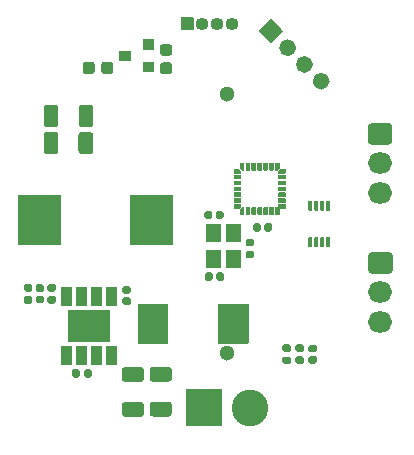
<source format=gts>
G04 #@! TF.GenerationSoftware,KiCad,Pcbnew,(5.1.10)-1*
G04 #@! TF.CreationDate,2021-05-29T17:35:04+08:00*
G04 #@! TF.ProjectId,tiny_V1.0,74696e79-5f56-4312-9e30-2e6b69636164,rev?*
G04 #@! TF.SameCoordinates,Original*
G04 #@! TF.FileFunction,Soldermask,Top*
G04 #@! TF.FilePolarity,Negative*
%FSLAX46Y46*%
G04 Gerber Fmt 4.6, Leading zero omitted, Abs format (unit mm)*
G04 Created by KiCad (PCBNEW (5.1.10)-1) date 2021-05-29 17:35:04*
%MOMM*%
%LPD*%
G01*
G04 APERTURE LIST*
%ADD10O,2.050000X1.800000*%
%ADD11C,3.100000*%
%ADD12C,1.300000*%
%ADD13O,1.100000X1.100000*%
%ADD14C,0.100000*%
G04 APERTURE END LIST*
G36*
G01*
X7051400Y-11221900D02*
X7441400Y-11221900D01*
G75*
G02*
X7606400Y-11386900I0J-165000D01*
G01*
X7606400Y-11716900D01*
G75*
G02*
X7441400Y-11881900I-165000J0D01*
G01*
X7051400Y-11881900D01*
G75*
G02*
X6886400Y-11716900I0J165000D01*
G01*
X6886400Y-11386900D01*
G75*
G02*
X7051400Y-11221900I165000J0D01*
G01*
G37*
G36*
G01*
X7051400Y-10261900D02*
X7441400Y-10261900D01*
G75*
G02*
X7606400Y-10426900I0J-165000D01*
G01*
X7606400Y-10756900D01*
G75*
G02*
X7441400Y-10921900I-165000J0D01*
G01*
X7051400Y-10921900D01*
G75*
G02*
X6886400Y-10756900I0J165000D01*
G01*
X6886400Y-10426900D01*
G75*
G02*
X7051400Y-10261900I165000J0D01*
G01*
G37*
D10*
X12976640Y-8342680D03*
X12976640Y-5842680D03*
G36*
G01*
X12216345Y-2442680D02*
X13736935Y-2442680D01*
G75*
G02*
X14001640Y-2707385I0J-264705D01*
G01*
X14001640Y-3977975D01*
G75*
G02*
X13736935Y-4242680I-264705J0D01*
G01*
X12216345Y-4242680D01*
G75*
G02*
X11951640Y-3977975I0J264705D01*
G01*
X11951640Y-2707385D01*
G75*
G02*
X12216345Y-2442680I264705J0D01*
G01*
G37*
X12953780Y2586940D03*
X12953780Y5086940D03*
G36*
G01*
X12193485Y8486940D02*
X13714075Y8486940D01*
G75*
G02*
X13978780Y8222235I0J-264705D01*
G01*
X13978780Y6951645D01*
G75*
G02*
X13714075Y6686940I-264705J0D01*
G01*
X12193485Y6686940D01*
G75*
G02*
X11928780Y6951645I0J264705D01*
G01*
X11928780Y8222235D01*
G75*
G02*
X12193485Y8486940I264705J0D01*
G01*
G37*
D11*
X1916360Y-15582940D03*
G36*
G01*
X-3513640Y-17082940D02*
X-3513640Y-14082940D01*
G75*
G02*
X-3463640Y-14032940I50000J0D01*
G01*
X-463640Y-14032940D01*
G75*
G02*
X-413640Y-14082940I0J-50000D01*
G01*
X-413640Y-17082940D01*
G75*
G02*
X-463640Y-17132940I-50000J0D01*
G01*
X-3463640Y-17132940D01*
G75*
G02*
X-3513640Y-17082940I0J50000D01*
G01*
G37*
D12*
X0Y-11000000D03*
X0Y11000000D03*
G36*
G01*
X-562640Y-3744880D02*
X-1762640Y-3744880D01*
G75*
G02*
X-1812640Y-3694880I0J50000D01*
G01*
X-1812640Y-2294880D01*
G75*
G02*
X-1762640Y-2244880I50000J0D01*
G01*
X-562640Y-2244880D01*
G75*
G02*
X-512640Y-2294880I0J-50000D01*
G01*
X-512640Y-3694880D01*
G75*
G02*
X-562640Y-3744880I-50000J0D01*
G01*
G37*
G36*
G01*
X-562640Y-1544880D02*
X-1762640Y-1544880D01*
G75*
G02*
X-1812640Y-1494880I0J50000D01*
G01*
X-1812640Y-94880D01*
G75*
G02*
X-1762640Y-44880I50000J0D01*
G01*
X-562640Y-44880D01*
G75*
G02*
X-512640Y-94880I0J-50000D01*
G01*
X-512640Y-1494880D01*
G75*
G02*
X-562640Y-1544880I-50000J0D01*
G01*
G37*
G36*
G01*
X1137360Y-1544880D02*
X-62640Y-1544880D01*
G75*
G02*
X-112640Y-1494880I0J50000D01*
G01*
X-112640Y-94880D01*
G75*
G02*
X-62640Y-44880I50000J0D01*
G01*
X1137360Y-44880D01*
G75*
G02*
X1187360Y-94880I0J-50000D01*
G01*
X1187360Y-1494880D01*
G75*
G02*
X1137360Y-1544880I-50000J0D01*
G01*
G37*
G36*
G01*
X1137360Y-3744880D02*
X-62640Y-3744880D01*
G75*
G02*
X-112640Y-3694880I0J50000D01*
G01*
X-112640Y-2294880D01*
G75*
G02*
X-62640Y-2244880I50000J0D01*
G01*
X1137360Y-2244880D01*
G75*
G02*
X1187360Y-2294880I0J-50000D01*
G01*
X1187360Y-3694880D01*
G75*
G02*
X1137360Y-3744880I-50000J0D01*
G01*
G37*
G36*
G01*
X8425120Y-1168220D02*
X8675120Y-1168220D01*
G75*
G02*
X8725120Y-1218220I0J-50000D01*
G01*
X8725120Y-1968220D01*
G75*
G02*
X8675120Y-2018220I-50000J0D01*
G01*
X8425120Y-2018220D01*
G75*
G02*
X8375120Y-1968220I0J50000D01*
G01*
X8375120Y-1218220D01*
G75*
G02*
X8425120Y-1168220I50000J0D01*
G01*
G37*
G36*
G01*
X7925120Y-1168220D02*
X8175120Y-1168220D01*
G75*
G02*
X8225120Y-1218220I0J-50000D01*
G01*
X8225120Y-1968220D01*
G75*
G02*
X8175120Y-2018220I-50000J0D01*
G01*
X7925120Y-2018220D01*
G75*
G02*
X7875120Y-1968220I0J50000D01*
G01*
X7875120Y-1218220D01*
G75*
G02*
X7925120Y-1168220I50000J0D01*
G01*
G37*
G36*
G01*
X7425120Y-1168220D02*
X7675120Y-1168220D01*
G75*
G02*
X7725120Y-1218220I0J-50000D01*
G01*
X7725120Y-1968220D01*
G75*
G02*
X7675120Y-2018220I-50000J0D01*
G01*
X7425120Y-2018220D01*
G75*
G02*
X7375120Y-1968220I0J50000D01*
G01*
X7375120Y-1218220D01*
G75*
G02*
X7425120Y-1168220I50000J0D01*
G01*
G37*
G36*
G01*
X6925120Y-1168220D02*
X7175120Y-1168220D01*
G75*
G02*
X7225120Y-1218220I0J-50000D01*
G01*
X7225120Y-1968220D01*
G75*
G02*
X7175120Y-2018220I-50000J0D01*
G01*
X6925120Y-2018220D01*
G75*
G02*
X6875120Y-1968220I0J50000D01*
G01*
X6875120Y-1218220D01*
G75*
G02*
X6925120Y-1168220I50000J0D01*
G01*
G37*
G36*
G01*
X6925120Y1931780D02*
X7175120Y1931780D01*
G75*
G02*
X7225120Y1881780I0J-50000D01*
G01*
X7225120Y1131780D01*
G75*
G02*
X7175120Y1081780I-50000J0D01*
G01*
X6925120Y1081780D01*
G75*
G02*
X6875120Y1131780I0J50000D01*
G01*
X6875120Y1881780D01*
G75*
G02*
X6925120Y1931780I50000J0D01*
G01*
G37*
G36*
G01*
X7425120Y1931780D02*
X7675120Y1931780D01*
G75*
G02*
X7725120Y1881780I0J-50000D01*
G01*
X7725120Y1131780D01*
G75*
G02*
X7675120Y1081780I-50000J0D01*
G01*
X7425120Y1081780D01*
G75*
G02*
X7375120Y1131780I0J50000D01*
G01*
X7375120Y1881780D01*
G75*
G02*
X7425120Y1931780I50000J0D01*
G01*
G37*
G36*
G01*
X7925120Y1931780D02*
X8175120Y1931780D01*
G75*
G02*
X8225120Y1881780I0J-50000D01*
G01*
X8225120Y1131780D01*
G75*
G02*
X8175120Y1081780I-50000J0D01*
G01*
X7925120Y1081780D01*
G75*
G02*
X7875120Y1131780I0J50000D01*
G01*
X7875120Y1881780D01*
G75*
G02*
X7925120Y1931780I50000J0D01*
G01*
G37*
G36*
G01*
X8425120Y1931780D02*
X8675120Y1931780D01*
G75*
G02*
X8725120Y1881780I0J-50000D01*
G01*
X8725120Y1131780D01*
G75*
G02*
X8675120Y1081780I-50000J0D01*
G01*
X8425120Y1081780D01*
G75*
G02*
X8375120Y1131780I0J50000D01*
G01*
X8375120Y1881780D01*
G75*
G02*
X8425120Y1931780I50000J0D01*
G01*
G37*
G36*
G01*
X-8160860Y14590940D02*
X-8160860Y13790940D01*
G75*
G02*
X-8210860Y13740940I-50000J0D01*
G01*
X-9110860Y13740940D01*
G75*
G02*
X-9160860Y13790940I0J50000D01*
G01*
X-9160860Y14590940D01*
G75*
G02*
X-9110860Y14640940I50000J0D01*
G01*
X-8210860Y14640940D01*
G75*
G02*
X-8160860Y14590940I0J-50000D01*
G01*
G37*
G36*
G01*
X-6160860Y15540940D02*
X-6160860Y14740940D01*
G75*
G02*
X-6210860Y14690940I-50000J0D01*
G01*
X-7110860Y14690940D01*
G75*
G02*
X-7160860Y14740940I0J50000D01*
G01*
X-7160860Y15540940D01*
G75*
G02*
X-7110860Y15590940I50000J0D01*
G01*
X-6210860Y15590940D01*
G75*
G02*
X-6160860Y15540940I0J-50000D01*
G01*
G37*
G36*
G01*
X-6160860Y13640940D02*
X-6160860Y12840940D01*
G75*
G02*
X-6210860Y12790940I-50000J0D01*
G01*
X-7110860Y12790940D01*
G75*
G02*
X-7160860Y12840940I0J50000D01*
G01*
X-7160860Y13640940D01*
G75*
G02*
X-7110860Y13690940I50000J0D01*
G01*
X-6210860Y13690940D01*
G75*
G02*
X-6160860Y13640940I0J-50000D01*
G01*
G37*
G36*
G01*
X-16645660Y-5761260D02*
X-17065660Y-5761260D01*
G75*
G02*
X-17225660Y-5601260I0J160000D01*
G01*
X-17225660Y-5281260D01*
G75*
G02*
X-17065660Y-5121260I160000J0D01*
G01*
X-16645660Y-5121260D01*
G75*
G02*
X-16485660Y-5281260I0J-160000D01*
G01*
X-16485660Y-5601260D01*
G75*
G02*
X-16645660Y-5761260I-160000J0D01*
G01*
G37*
G36*
G01*
X-16645660Y-6781260D02*
X-17065660Y-6781260D01*
G75*
G02*
X-17225660Y-6621260I0J160000D01*
G01*
X-17225660Y-6301260D01*
G75*
G02*
X-17065660Y-6141260I160000J0D01*
G01*
X-16645660Y-6141260D01*
G75*
G02*
X-16485660Y-6301260I0J-160000D01*
G01*
X-16485660Y-6621260D01*
G75*
G02*
X-16645660Y-6781260I-160000J0D01*
G01*
G37*
G36*
G01*
X-14649220Y-5768880D02*
X-15069220Y-5768880D01*
G75*
G02*
X-15229220Y-5608880I0J160000D01*
G01*
X-15229220Y-5288880D01*
G75*
G02*
X-15069220Y-5128880I160000J0D01*
G01*
X-14649220Y-5128880D01*
G75*
G02*
X-14489220Y-5288880I0J-160000D01*
G01*
X-14489220Y-5608880D01*
G75*
G02*
X-14649220Y-5768880I-160000J0D01*
G01*
G37*
G36*
G01*
X-14649220Y-6788880D02*
X-15069220Y-6788880D01*
G75*
G02*
X-15229220Y-6628880I0J160000D01*
G01*
X-15229220Y-6308880D01*
G75*
G02*
X-15069220Y-6148880I160000J0D01*
G01*
X-14649220Y-6148880D01*
G75*
G02*
X-14489220Y-6308880I0J-160000D01*
G01*
X-14489220Y-6628880D01*
G75*
G02*
X-14649220Y-6788880I-160000J0D01*
G01*
G37*
G36*
G01*
X2137640Y-1943640D02*
X1717640Y-1943640D01*
G75*
G02*
X1557640Y-1783640I0J160000D01*
G01*
X1557640Y-1463640D01*
G75*
G02*
X1717640Y-1303640I160000J0D01*
G01*
X2137640Y-1303640D01*
G75*
G02*
X2297640Y-1463640I0J-160000D01*
G01*
X2297640Y-1783640D01*
G75*
G02*
X2137640Y-1943640I-160000J0D01*
G01*
G37*
G36*
G01*
X2137640Y-2963640D02*
X1717640Y-2963640D01*
G75*
G02*
X1557640Y-2803640I0J160000D01*
G01*
X1557640Y-2483640D01*
G75*
G02*
X1717640Y-2323640I160000J0D01*
G01*
X2137640Y-2323640D01*
G75*
G02*
X2297640Y-2483640I0J-160000D01*
G01*
X2297640Y-2803640D01*
G75*
G02*
X2137640Y-2963640I-160000J0D01*
G01*
G37*
G36*
G01*
X6341340Y-10876820D02*
X5921340Y-10876820D01*
G75*
G02*
X5761340Y-10716820I0J160000D01*
G01*
X5761340Y-10396820D01*
G75*
G02*
X5921340Y-10236820I160000J0D01*
G01*
X6341340Y-10236820D01*
G75*
G02*
X6501340Y-10396820I0J-160000D01*
G01*
X6501340Y-10716820D01*
G75*
G02*
X6341340Y-10876820I-160000J0D01*
G01*
G37*
G36*
G01*
X6341340Y-11896820D02*
X5921340Y-11896820D01*
G75*
G02*
X5761340Y-11736820I0J160000D01*
G01*
X5761340Y-11416820D01*
G75*
G02*
X5921340Y-11256820I160000J0D01*
G01*
X6341340Y-11256820D01*
G75*
G02*
X6501340Y-11416820I0J-160000D01*
G01*
X6501340Y-11736820D01*
G75*
G02*
X6341340Y-11896820I-160000J0D01*
G01*
G37*
G36*
G01*
X-12483820Y-12474800D02*
X-12483820Y-12894800D01*
G75*
G02*
X-12643820Y-13054800I-160000J0D01*
G01*
X-12963820Y-13054800D01*
G75*
G02*
X-13123820Y-12894800I0J160000D01*
G01*
X-13123820Y-12474800D01*
G75*
G02*
X-12963820Y-12314800I160000J0D01*
G01*
X-12643820Y-12314800D01*
G75*
G02*
X-12483820Y-12474800I0J-160000D01*
G01*
G37*
G36*
G01*
X-11463820Y-12474800D02*
X-11463820Y-12894800D01*
G75*
G02*
X-11623820Y-13054800I-160000J0D01*
G01*
X-11943820Y-13054800D01*
G75*
G02*
X-12103820Y-12894800I0J160000D01*
G01*
X-12103820Y-12474800D01*
G75*
G02*
X-11943820Y-12314800I160000J0D01*
G01*
X-11623820Y-12314800D01*
G75*
G02*
X-11463820Y-12474800I0J-160000D01*
G01*
G37*
G36*
G01*
X4821520Y-11261900D02*
X5241520Y-11261900D01*
G75*
G02*
X5401520Y-11421900I0J-160000D01*
G01*
X5401520Y-11741900D01*
G75*
G02*
X5241520Y-11901900I-160000J0D01*
G01*
X4821520Y-11901900D01*
G75*
G02*
X4661520Y-11741900I0J160000D01*
G01*
X4661520Y-11421900D01*
G75*
G02*
X4821520Y-11261900I160000J0D01*
G01*
G37*
G36*
G01*
X4821520Y-10241900D02*
X5241520Y-10241900D01*
G75*
G02*
X5401520Y-10401900I0J-160000D01*
G01*
X5401520Y-10721900D01*
G75*
G02*
X5241520Y-10881900I-160000J0D01*
G01*
X4821520Y-10881900D01*
G75*
G02*
X4661520Y-10721900I0J160000D01*
G01*
X4661520Y-10401900D01*
G75*
G02*
X4821520Y-10241900I160000J0D01*
G01*
G37*
G36*
G01*
X-14045740Y2359840D02*
X-14045740Y-1740160D01*
G75*
G02*
X-14095740Y-1790160I-50000J0D01*
G01*
X-17695740Y-1790160D01*
G75*
G02*
X-17745740Y-1740160I0J50000D01*
G01*
X-17745740Y2359840D01*
G75*
G02*
X-17695740Y2409840I50000J0D01*
G01*
X-14095740Y2409840D01*
G75*
G02*
X-14045740Y2359840I0J-50000D01*
G01*
G37*
G36*
G01*
X-4545740Y2359840D02*
X-4545740Y-1740160D01*
G75*
G02*
X-4595740Y-1790160I-50000J0D01*
G01*
X-8195740Y-1790160D01*
G75*
G02*
X-8245740Y-1740160I0J50000D01*
G01*
X-8245740Y2359840D01*
G75*
G02*
X-8195740Y2409840I50000J0D01*
G01*
X-4595740Y2409840D01*
G75*
G02*
X-4545740Y2359840I0J-50000D01*
G01*
G37*
D13*
X423960Y16923980D03*
X-846040Y16923980D03*
X-2116040Y16923980D03*
G36*
G01*
X-2886040Y16373980D02*
X-3886040Y16373980D01*
G75*
G02*
X-3936040Y16423980I0J50000D01*
G01*
X-3936040Y17423980D01*
G75*
G02*
X-3886040Y17473980I50000J0D01*
G01*
X-2886040Y17473980D01*
G75*
G02*
X-2836040Y17423980I0J-50000D01*
G01*
X-2836040Y16423980D01*
G75*
G02*
X-2886040Y16373980I-50000J0D01*
G01*
G37*
G36*
G01*
X7440709Y11538767D02*
X7440709Y11538767D01*
G75*
G02*
X7440709Y12564071I512652J512652D01*
G01*
X7440709Y12564071D01*
G75*
G02*
X8466013Y12564071I512652J-512652D01*
G01*
X8466013Y12564071D01*
G75*
G02*
X8466013Y11538767I-512652J-512652D01*
G01*
X8466013Y11538767D01*
G75*
G02*
X7440709Y11538767I-512652J512652D01*
G01*
G37*
G36*
G01*
X6026495Y12952981D02*
X6026495Y12952981D01*
G75*
G02*
X6026495Y13978285I512652J512652D01*
G01*
X6026495Y13978285D01*
G75*
G02*
X7051799Y13978285I512652J-512652D01*
G01*
X7051799Y13978285D01*
G75*
G02*
X7051799Y12952981I-512652J-512652D01*
G01*
X7051799Y12952981D01*
G75*
G02*
X6026495Y12952981I-512652J512652D01*
G01*
G37*
G36*
G01*
X4612282Y14367194D02*
X4612282Y14367194D01*
G75*
G02*
X4612282Y15392498I512652J512652D01*
G01*
X4612282Y15392498D01*
G75*
G02*
X5637586Y15392498I512652J-512652D01*
G01*
X5637586Y15392498D01*
G75*
G02*
X5637586Y14367194I-512652J-512652D01*
G01*
X5637586Y14367194D01*
G75*
G02*
X4612282Y14367194I-512652J512652D01*
G01*
G37*
G36*
G01*
X3675365Y15304111D02*
X2720771Y16258705D01*
G75*
G02*
X2720771Y16329415I35355J35355D01*
G01*
X3675365Y17284009D01*
G75*
G02*
X3746075Y17284009I35355J-35355D01*
G01*
X4700669Y16329415D01*
G75*
G02*
X4700669Y16258705I-35355J-35355D01*
G01*
X3746075Y15304111D01*
G75*
G02*
X3675365Y15304111I-35355J35355D01*
G01*
G37*
G36*
G01*
X-13447920Y-7330340D02*
X-9945920Y-7330340D01*
G75*
G02*
X-9895920Y-7380340I0J-50000D01*
G01*
X-9895920Y-9993340D01*
G75*
G02*
X-9945920Y-10043340I-50000J0D01*
G01*
X-13447920Y-10043340D01*
G75*
G02*
X-13497920Y-9993340I0J50000D01*
G01*
X-13497920Y-7380340D01*
G75*
G02*
X-13447920Y-7330340I50000J0D01*
G01*
G37*
G36*
G01*
X-10192920Y-10381840D02*
X-9390920Y-10381840D01*
G75*
G02*
X-9340920Y-10431840I0J-50000D01*
G01*
X-9340920Y-11936840D01*
G75*
G02*
X-9390920Y-11986840I-50000J0D01*
G01*
X-10192920Y-11986840D01*
G75*
G02*
X-10242920Y-11936840I0J50000D01*
G01*
X-10242920Y-10431840D01*
G75*
G02*
X-10192920Y-10381840I50000J0D01*
G01*
G37*
G36*
G01*
X-11462920Y-10381840D02*
X-10660920Y-10381840D01*
G75*
G02*
X-10610920Y-10431840I0J-50000D01*
G01*
X-10610920Y-11936840D01*
G75*
G02*
X-10660920Y-11986840I-50000J0D01*
G01*
X-11462920Y-11986840D01*
G75*
G02*
X-11512920Y-11936840I0J50000D01*
G01*
X-11512920Y-10431840D01*
G75*
G02*
X-11462920Y-10381840I50000J0D01*
G01*
G37*
G36*
G01*
X-12732920Y-10381840D02*
X-11930920Y-10381840D01*
G75*
G02*
X-11880920Y-10431840I0J-50000D01*
G01*
X-11880920Y-11936840D01*
G75*
G02*
X-11930920Y-11986840I-50000J0D01*
G01*
X-12732920Y-11986840D01*
G75*
G02*
X-12782920Y-11936840I0J50000D01*
G01*
X-12782920Y-10431840D01*
G75*
G02*
X-12732920Y-10381840I50000J0D01*
G01*
G37*
G36*
G01*
X-14002920Y-10381840D02*
X-13200920Y-10381840D01*
G75*
G02*
X-13150920Y-10431840I0J-50000D01*
G01*
X-13150920Y-11936840D01*
G75*
G02*
X-13200920Y-11986840I-50000J0D01*
G01*
X-14002920Y-11986840D01*
G75*
G02*
X-14052920Y-11936840I0J50000D01*
G01*
X-14052920Y-10431840D01*
G75*
G02*
X-14002920Y-10381840I50000J0D01*
G01*
G37*
G36*
G01*
X-14002920Y-5386840D02*
X-13200920Y-5386840D01*
G75*
G02*
X-13150920Y-5436840I0J-50000D01*
G01*
X-13150920Y-6941840D01*
G75*
G02*
X-13200920Y-6991840I-50000J0D01*
G01*
X-14002920Y-6991840D01*
G75*
G02*
X-14052920Y-6941840I0J50000D01*
G01*
X-14052920Y-5436840D01*
G75*
G02*
X-14002920Y-5386840I50000J0D01*
G01*
G37*
G36*
G01*
X-12732920Y-5386840D02*
X-11930920Y-5386840D01*
G75*
G02*
X-11880920Y-5436840I0J-50000D01*
G01*
X-11880920Y-6941840D01*
G75*
G02*
X-11930920Y-6991840I-50000J0D01*
G01*
X-12732920Y-6991840D01*
G75*
G02*
X-12782920Y-6941840I0J50000D01*
G01*
X-12782920Y-5436840D01*
G75*
G02*
X-12732920Y-5386840I50000J0D01*
G01*
G37*
G36*
G01*
X-11462920Y-5386840D02*
X-10660920Y-5386840D01*
G75*
G02*
X-10610920Y-5436840I0J-50000D01*
G01*
X-10610920Y-6941840D01*
G75*
G02*
X-10660920Y-6991840I-50000J0D01*
G01*
X-11462920Y-6991840D01*
G75*
G02*
X-11512920Y-6941840I0J50000D01*
G01*
X-11512920Y-5436840D01*
G75*
G02*
X-11462920Y-5386840I50000J0D01*
G01*
G37*
G36*
G01*
X-10192920Y-5386840D02*
X-9390920Y-5386840D01*
G75*
G02*
X-9340920Y-5436840I0J-50000D01*
G01*
X-9340920Y-6941840D01*
G75*
G02*
X-9390920Y-6991840I-50000J0D01*
G01*
X-10192920Y-6991840D01*
G75*
G02*
X-10242920Y-6941840I0J50000D01*
G01*
X-10242920Y-5436840D01*
G75*
G02*
X-10192920Y-5386840I50000J0D01*
G01*
G37*
D14*
G36*
X556641Y4585795D02*
G01*
X559486Y4595174D01*
X564107Y4603819D01*
X570325Y4611395D01*
X577901Y4617613D01*
X586546Y4622234D01*
X595925Y4625079D01*
X605680Y4626040D01*
X1005680Y4626040D01*
X1015435Y4625079D01*
X1024814Y4622234D01*
X1033459Y4617613D01*
X1041035Y4611395D01*
X1191035Y4461395D01*
X1197253Y4453819D01*
X1201874Y4445174D01*
X1204719Y4435795D01*
X1205680Y4426040D01*
X1205680Y4276040D01*
X1204719Y4266285D01*
X1201874Y4256906D01*
X1197253Y4248261D01*
X1191035Y4240685D01*
X1183459Y4234467D01*
X1174814Y4229846D01*
X1165435Y4227001D01*
X1155680Y4226040D01*
X605680Y4226040D01*
X595925Y4227001D01*
X586546Y4229846D01*
X577901Y4234467D01*
X570325Y4240685D01*
X564107Y4248261D01*
X559486Y4256906D01*
X556641Y4266285D01*
X555680Y4276040D01*
X555680Y4576040D01*
X556641Y4585795D01*
G37*
G36*
X4415435Y5125079D02*
G01*
X4424814Y5122234D01*
X4433459Y5117613D01*
X4441035Y5111395D01*
X4447253Y5103819D01*
X4451874Y5095174D01*
X4454719Y5085795D01*
X4455680Y5076040D01*
X4455680Y4676040D01*
X4454719Y4666285D01*
X4451874Y4656906D01*
X4447253Y4648261D01*
X4441035Y4640685D01*
X4291035Y4490685D01*
X4283459Y4484467D01*
X4274814Y4479846D01*
X4265435Y4477001D01*
X4255680Y4476040D01*
X4105680Y4476040D01*
X4095925Y4477001D01*
X4086546Y4479846D01*
X4077901Y4484467D01*
X4070325Y4490685D01*
X4064107Y4498261D01*
X4059486Y4506906D01*
X4056641Y4516285D01*
X4055680Y4526040D01*
X4055680Y5076040D01*
X4056641Y5085795D01*
X4059486Y5095174D01*
X4064107Y5103819D01*
X4070325Y5111395D01*
X4077901Y5117613D01*
X4086546Y5122234D01*
X4095925Y5125079D01*
X4105680Y5126040D01*
X4405680Y5126040D01*
X4415435Y5125079D01*
G37*
G36*
X4954719Y1266285D02*
G01*
X4951874Y1256906D01*
X4947253Y1248261D01*
X4941035Y1240685D01*
X4933459Y1234467D01*
X4924814Y1229846D01*
X4915435Y1227001D01*
X4905680Y1226040D01*
X4505680Y1226040D01*
X4495925Y1227001D01*
X4486546Y1229846D01*
X4477901Y1234467D01*
X4470325Y1240685D01*
X4320325Y1390685D01*
X4314107Y1398261D01*
X4309486Y1406906D01*
X4306641Y1416285D01*
X4305680Y1426040D01*
X4305680Y1576040D01*
X4306641Y1585795D01*
X4309486Y1595174D01*
X4314107Y1603819D01*
X4320325Y1611395D01*
X4327901Y1617613D01*
X4336546Y1622234D01*
X4345925Y1625079D01*
X4355680Y1626040D01*
X4905680Y1626040D01*
X4915435Y1625079D01*
X4924814Y1622234D01*
X4933459Y1617613D01*
X4941035Y1611395D01*
X4947253Y1603819D01*
X4951874Y1595174D01*
X4954719Y1585795D01*
X4955680Y1576040D01*
X4955680Y1276040D01*
X4954719Y1266285D01*
G37*
G36*
X1095925Y727001D02*
G01*
X1086546Y729846D01*
X1077901Y734467D01*
X1070325Y740685D01*
X1064107Y748261D01*
X1059486Y756906D01*
X1056641Y766285D01*
X1055680Y776040D01*
X1055680Y1176040D01*
X1056641Y1185795D01*
X1059486Y1195174D01*
X1064107Y1203819D01*
X1070325Y1211395D01*
X1220325Y1361395D01*
X1227901Y1367613D01*
X1236546Y1372234D01*
X1245925Y1375079D01*
X1255680Y1376040D01*
X1405680Y1376040D01*
X1415435Y1375079D01*
X1424814Y1372234D01*
X1433459Y1367613D01*
X1441035Y1361395D01*
X1447253Y1353819D01*
X1451874Y1345174D01*
X1454719Y1335795D01*
X1455680Y1326040D01*
X1455680Y776040D01*
X1454719Y766285D01*
X1451874Y756906D01*
X1447253Y748261D01*
X1441035Y740685D01*
X1433459Y734467D01*
X1424814Y729846D01*
X1415435Y727001D01*
X1405680Y726040D01*
X1105680Y726040D01*
X1095925Y727001D01*
G37*
G36*
X4095925Y727001D02*
G01*
X4086546Y729846D01*
X4077901Y734467D01*
X4070325Y740685D01*
X4064107Y748261D01*
X4059486Y756906D01*
X4056641Y766285D01*
X4055680Y776040D01*
X4055680Y1326040D01*
X4056641Y1335795D01*
X4059486Y1345174D01*
X4064107Y1353819D01*
X4070325Y1361395D01*
X4077901Y1367613D01*
X4086546Y1372234D01*
X4095925Y1375079D01*
X4105680Y1376040D01*
X4255680Y1376040D01*
X4265435Y1375079D01*
X4274814Y1372234D01*
X4283459Y1367613D01*
X4291035Y1361395D01*
X4441035Y1211395D01*
X4447253Y1203819D01*
X4451874Y1195174D01*
X4454719Y1185795D01*
X4455680Y1176040D01*
X4455680Y776040D01*
X4454719Y766285D01*
X4451874Y756906D01*
X4447253Y748261D01*
X4441035Y740685D01*
X4433459Y734467D01*
X4424814Y729846D01*
X4415435Y727001D01*
X4405680Y726040D01*
X4105680Y726040D01*
X4095925Y727001D01*
G37*
G36*
X4954719Y4266285D02*
G01*
X4951874Y4256906D01*
X4947253Y4248261D01*
X4941035Y4240685D01*
X4933459Y4234467D01*
X4924814Y4229846D01*
X4915435Y4227001D01*
X4905680Y4226040D01*
X4355680Y4226040D01*
X4345925Y4227001D01*
X4336546Y4229846D01*
X4327901Y4234467D01*
X4320325Y4240685D01*
X4314107Y4248261D01*
X4309486Y4256906D01*
X4306641Y4266285D01*
X4305680Y4276040D01*
X4305680Y4426040D01*
X4306641Y4435795D01*
X4309486Y4445174D01*
X4314107Y4453819D01*
X4320325Y4461395D01*
X4470325Y4611395D01*
X4477901Y4617613D01*
X4486546Y4622234D01*
X4495925Y4625079D01*
X4505680Y4626040D01*
X4905680Y4626040D01*
X4915435Y4625079D01*
X4924814Y4622234D01*
X4933459Y4617613D01*
X4941035Y4611395D01*
X4947253Y4603819D01*
X4951874Y4595174D01*
X4954719Y4585795D01*
X4955680Y4576040D01*
X4955680Y4276040D01*
X4954719Y4266285D01*
G37*
G36*
X1415435Y5125079D02*
G01*
X1424814Y5122234D01*
X1433459Y5117613D01*
X1441035Y5111395D01*
X1447253Y5103819D01*
X1451874Y5095174D01*
X1454719Y5085795D01*
X1455680Y5076040D01*
X1455680Y4526040D01*
X1454719Y4516285D01*
X1451874Y4506906D01*
X1447253Y4498261D01*
X1441035Y4490685D01*
X1433459Y4484467D01*
X1424814Y4479846D01*
X1415435Y4477001D01*
X1405680Y4476040D01*
X1255680Y4476040D01*
X1245925Y4477001D01*
X1236546Y4479846D01*
X1227901Y4484467D01*
X1220325Y4490685D01*
X1070325Y4640685D01*
X1064107Y4648261D01*
X1059486Y4656906D01*
X1056641Y4666285D01*
X1055680Y4676040D01*
X1055680Y5076040D01*
X1056641Y5085795D01*
X1059486Y5095174D01*
X1064107Y5103819D01*
X1070325Y5111395D01*
X1077901Y5117613D01*
X1086546Y5122234D01*
X1095925Y5125079D01*
X1105680Y5126040D01*
X1405680Y5126040D01*
X1415435Y5125079D01*
G37*
G36*
X556641Y1585795D02*
G01*
X559486Y1595174D01*
X564107Y1603819D01*
X570325Y1611395D01*
X577901Y1617613D01*
X586546Y1622234D01*
X595925Y1625079D01*
X605680Y1626040D01*
X1155680Y1626040D01*
X1165435Y1625079D01*
X1174814Y1622234D01*
X1183459Y1617613D01*
X1191035Y1611395D01*
X1197253Y1603819D01*
X1201874Y1595174D01*
X1204719Y1585795D01*
X1205680Y1576040D01*
X1205680Y1426040D01*
X1204719Y1416285D01*
X1201874Y1406906D01*
X1197253Y1398261D01*
X1191035Y1390685D01*
X1041035Y1240685D01*
X1033459Y1234467D01*
X1024814Y1229846D01*
X1015435Y1227001D01*
X1005680Y1226040D01*
X605680Y1226040D01*
X595925Y1227001D01*
X586546Y1229846D01*
X577901Y1234467D01*
X570325Y1240685D01*
X564107Y1248261D01*
X559486Y1256906D01*
X556641Y1266285D01*
X555680Y1276040D01*
X555680Y1576040D01*
X556641Y1585795D01*
G37*
G36*
G01*
X1155680Y1726040D02*
X605680Y1726040D01*
G75*
G02*
X555680Y1776040I0J50000D01*
G01*
X555680Y2076040D01*
G75*
G02*
X605680Y2126040I50000J0D01*
G01*
X1155680Y2126040D01*
G75*
G02*
X1205680Y2076040I0J-50000D01*
G01*
X1205680Y1776040D01*
G75*
G02*
X1155680Y1726040I-50000J0D01*
G01*
G37*
G36*
G01*
X1155680Y2226040D02*
X605680Y2226040D01*
G75*
G02*
X555680Y2276040I0J50000D01*
G01*
X555680Y2576040D01*
G75*
G02*
X605680Y2626040I50000J0D01*
G01*
X1155680Y2626040D01*
G75*
G02*
X1205680Y2576040I0J-50000D01*
G01*
X1205680Y2276040D01*
G75*
G02*
X1155680Y2226040I-50000J0D01*
G01*
G37*
G36*
G01*
X1155680Y2726040D02*
X605680Y2726040D01*
G75*
G02*
X555680Y2776040I0J50000D01*
G01*
X555680Y3076040D01*
G75*
G02*
X605680Y3126040I50000J0D01*
G01*
X1155680Y3126040D01*
G75*
G02*
X1205680Y3076040I0J-50000D01*
G01*
X1205680Y2776040D01*
G75*
G02*
X1155680Y2726040I-50000J0D01*
G01*
G37*
G36*
G01*
X1155680Y3226040D02*
X605680Y3226040D01*
G75*
G02*
X555680Y3276040I0J50000D01*
G01*
X555680Y3576040D01*
G75*
G02*
X605680Y3626040I50000J0D01*
G01*
X1155680Y3626040D01*
G75*
G02*
X1205680Y3576040I0J-50000D01*
G01*
X1205680Y3276040D01*
G75*
G02*
X1155680Y3226040I-50000J0D01*
G01*
G37*
G36*
G01*
X1155680Y3726040D02*
X605680Y3726040D01*
G75*
G02*
X555680Y3776040I0J50000D01*
G01*
X555680Y4076040D01*
G75*
G02*
X605680Y4126040I50000J0D01*
G01*
X1155680Y4126040D01*
G75*
G02*
X1205680Y4076040I0J-50000D01*
G01*
X1205680Y3776040D01*
G75*
G02*
X1155680Y3726040I-50000J0D01*
G01*
G37*
G36*
G01*
X1955680Y5076040D02*
X1955680Y4526040D01*
G75*
G02*
X1905680Y4476040I-50000J0D01*
G01*
X1605680Y4476040D01*
G75*
G02*
X1555680Y4526040I0J50000D01*
G01*
X1555680Y5076040D01*
G75*
G02*
X1605680Y5126040I50000J0D01*
G01*
X1905680Y5126040D01*
G75*
G02*
X1955680Y5076040I0J-50000D01*
G01*
G37*
G36*
G01*
X2455680Y5076040D02*
X2455680Y4526040D01*
G75*
G02*
X2405680Y4476040I-50000J0D01*
G01*
X2105680Y4476040D01*
G75*
G02*
X2055680Y4526040I0J50000D01*
G01*
X2055680Y5076040D01*
G75*
G02*
X2105680Y5126040I50000J0D01*
G01*
X2405680Y5126040D01*
G75*
G02*
X2455680Y5076040I0J-50000D01*
G01*
G37*
G36*
G01*
X2955680Y5076040D02*
X2955680Y4526040D01*
G75*
G02*
X2905680Y4476040I-50000J0D01*
G01*
X2605680Y4476040D01*
G75*
G02*
X2555680Y4526040I0J50000D01*
G01*
X2555680Y5076040D01*
G75*
G02*
X2605680Y5126040I50000J0D01*
G01*
X2905680Y5126040D01*
G75*
G02*
X2955680Y5076040I0J-50000D01*
G01*
G37*
G36*
G01*
X3455680Y5076040D02*
X3455680Y4526040D01*
G75*
G02*
X3405680Y4476040I-50000J0D01*
G01*
X3105680Y4476040D01*
G75*
G02*
X3055680Y4526040I0J50000D01*
G01*
X3055680Y5076040D01*
G75*
G02*
X3105680Y5126040I50000J0D01*
G01*
X3405680Y5126040D01*
G75*
G02*
X3455680Y5076040I0J-50000D01*
G01*
G37*
G36*
G01*
X3955680Y5076040D02*
X3955680Y4526040D01*
G75*
G02*
X3905680Y4476040I-50000J0D01*
G01*
X3605680Y4476040D01*
G75*
G02*
X3555680Y4526040I0J50000D01*
G01*
X3555680Y5076040D01*
G75*
G02*
X3605680Y5126040I50000J0D01*
G01*
X3905680Y5126040D01*
G75*
G02*
X3955680Y5076040I0J-50000D01*
G01*
G37*
G36*
G01*
X4905680Y3726040D02*
X4355680Y3726040D01*
G75*
G02*
X4305680Y3776040I0J50000D01*
G01*
X4305680Y4076040D01*
G75*
G02*
X4355680Y4126040I50000J0D01*
G01*
X4905680Y4126040D01*
G75*
G02*
X4955680Y4076040I0J-50000D01*
G01*
X4955680Y3776040D01*
G75*
G02*
X4905680Y3726040I-50000J0D01*
G01*
G37*
G36*
G01*
X4905680Y3226040D02*
X4355680Y3226040D01*
G75*
G02*
X4305680Y3276040I0J50000D01*
G01*
X4305680Y3576040D01*
G75*
G02*
X4355680Y3626040I50000J0D01*
G01*
X4905680Y3626040D01*
G75*
G02*
X4955680Y3576040I0J-50000D01*
G01*
X4955680Y3276040D01*
G75*
G02*
X4905680Y3226040I-50000J0D01*
G01*
G37*
G36*
G01*
X4905680Y2726040D02*
X4355680Y2726040D01*
G75*
G02*
X4305680Y2776040I0J50000D01*
G01*
X4305680Y3076040D01*
G75*
G02*
X4355680Y3126040I50000J0D01*
G01*
X4905680Y3126040D01*
G75*
G02*
X4955680Y3076040I0J-50000D01*
G01*
X4955680Y2776040D01*
G75*
G02*
X4905680Y2726040I-50000J0D01*
G01*
G37*
G36*
G01*
X4905680Y2226040D02*
X4355680Y2226040D01*
G75*
G02*
X4305680Y2276040I0J50000D01*
G01*
X4305680Y2576040D01*
G75*
G02*
X4355680Y2626040I50000J0D01*
G01*
X4905680Y2626040D01*
G75*
G02*
X4955680Y2576040I0J-50000D01*
G01*
X4955680Y2276040D01*
G75*
G02*
X4905680Y2226040I-50000J0D01*
G01*
G37*
G36*
G01*
X4905680Y1726040D02*
X4355680Y1726040D01*
G75*
G02*
X4305680Y1776040I0J50000D01*
G01*
X4305680Y2076040D01*
G75*
G02*
X4355680Y2126040I50000J0D01*
G01*
X4905680Y2126040D01*
G75*
G02*
X4955680Y2076040I0J-50000D01*
G01*
X4955680Y1776040D01*
G75*
G02*
X4905680Y1726040I-50000J0D01*
G01*
G37*
G36*
G01*
X3955680Y1326040D02*
X3955680Y776040D01*
G75*
G02*
X3905680Y726040I-50000J0D01*
G01*
X3605680Y726040D01*
G75*
G02*
X3555680Y776040I0J50000D01*
G01*
X3555680Y1326040D01*
G75*
G02*
X3605680Y1376040I50000J0D01*
G01*
X3905680Y1376040D01*
G75*
G02*
X3955680Y1326040I0J-50000D01*
G01*
G37*
G36*
G01*
X3455680Y1326040D02*
X3455680Y776040D01*
G75*
G02*
X3405680Y726040I-50000J0D01*
G01*
X3105680Y726040D01*
G75*
G02*
X3055680Y776040I0J50000D01*
G01*
X3055680Y1326040D01*
G75*
G02*
X3105680Y1376040I50000J0D01*
G01*
X3405680Y1376040D01*
G75*
G02*
X3455680Y1326040I0J-50000D01*
G01*
G37*
G36*
G01*
X2955680Y1326040D02*
X2955680Y776040D01*
G75*
G02*
X2905680Y726040I-50000J0D01*
G01*
X2605680Y726040D01*
G75*
G02*
X2555680Y776040I0J50000D01*
G01*
X2555680Y1326040D01*
G75*
G02*
X2605680Y1376040I50000J0D01*
G01*
X2905680Y1376040D01*
G75*
G02*
X2955680Y1326040I0J-50000D01*
G01*
G37*
G36*
G01*
X2455680Y1326040D02*
X2455680Y776040D01*
G75*
G02*
X2405680Y726040I-50000J0D01*
G01*
X2105680Y726040D01*
G75*
G02*
X2055680Y776040I0J50000D01*
G01*
X2055680Y1326040D01*
G75*
G02*
X2105680Y1376040I50000J0D01*
G01*
X2405680Y1376040D01*
G75*
G02*
X2455680Y1326040I0J-50000D01*
G01*
G37*
G36*
G01*
X1955680Y1326040D02*
X1955680Y776040D01*
G75*
G02*
X1905680Y726040I-50000J0D01*
G01*
X1605680Y726040D01*
G75*
G02*
X1555680Y776040I0J50000D01*
G01*
X1555680Y1326040D01*
G75*
G02*
X1605680Y1376040I50000J0D01*
G01*
X1905680Y1376040D01*
G75*
G02*
X1955680Y1326040I0J-50000D01*
G01*
G37*
G36*
G01*
X1777040Y-10181100D02*
X-722960Y-10181100D01*
G75*
G02*
X-772960Y-10131100I0J50000D01*
G01*
X-772960Y-6831100D01*
G75*
G02*
X-722960Y-6781100I50000J0D01*
G01*
X1777040Y-6781100D01*
G75*
G02*
X1827040Y-6831100I0J-50000D01*
G01*
X1827040Y-10131100D01*
G75*
G02*
X1777040Y-10181100I-50000J0D01*
G01*
G37*
G36*
G01*
X-5022960Y-10181100D02*
X-7522960Y-10181100D01*
G75*
G02*
X-7572960Y-10131100I0J50000D01*
G01*
X-7572960Y-6831100D01*
G75*
G02*
X-7522960Y-6781100I50000J0D01*
G01*
X-5022960Y-6781100D01*
G75*
G02*
X-4972960Y-6831100I0J-50000D01*
G01*
X-4972960Y-10131100D01*
G75*
G02*
X-5022960Y-10181100I-50000J0D01*
G01*
G37*
G36*
G01*
X-4942978Y-13391820D02*
X-6299502Y-13391820D01*
G75*
G02*
X-6571240Y-13120082I0J271738D01*
G01*
X-6571240Y-12413558D01*
G75*
G02*
X-6299502Y-12141820I271738J0D01*
G01*
X-4942978Y-12141820D01*
G75*
G02*
X-4671240Y-12413558I0J-271738D01*
G01*
X-4671240Y-13120082D01*
G75*
G02*
X-4942978Y-13391820I-271738J0D01*
G01*
G37*
G36*
G01*
X-4942978Y-16341820D02*
X-6299502Y-16341820D01*
G75*
G02*
X-6571240Y-16070082I0J271738D01*
G01*
X-6571240Y-15363558D01*
G75*
G02*
X-6299502Y-15091820I271738J0D01*
G01*
X-4942978Y-15091820D01*
G75*
G02*
X-4671240Y-15363558I0J-271738D01*
G01*
X-4671240Y-16070082D01*
G75*
G02*
X-4942978Y-16341820I-271738J0D01*
G01*
G37*
G36*
G01*
X-5446660Y13639080D02*
X-4896660Y13639080D01*
G75*
G02*
X-4646660Y13389080I0J-250000D01*
G01*
X-4646660Y12889080D01*
G75*
G02*
X-4896660Y12639080I-250000J0D01*
G01*
X-5446660Y12639080D01*
G75*
G02*
X-5696660Y12889080I0J250000D01*
G01*
X-5696660Y13389080D01*
G75*
G02*
X-5446660Y13639080I250000J0D01*
G01*
G37*
G36*
G01*
X-5446660Y15189080D02*
X-4896660Y15189080D01*
G75*
G02*
X-4646660Y14939080I0J-250000D01*
G01*
X-4646660Y14439080D01*
G75*
G02*
X-4896660Y14189080I-250000J0D01*
G01*
X-5446660Y14189080D01*
G75*
G02*
X-5696660Y14439080I0J250000D01*
G01*
X-5696660Y14939080D01*
G75*
G02*
X-5446660Y15189080I250000J0D01*
G01*
G37*
G36*
G01*
X-924640Y-4701000D02*
X-924640Y-4311000D01*
G75*
G02*
X-759640Y-4146000I165000J0D01*
G01*
X-429640Y-4146000D01*
G75*
G02*
X-264640Y-4311000I0J-165000D01*
G01*
X-264640Y-4701000D01*
G75*
G02*
X-429640Y-4866000I-165000J0D01*
G01*
X-759640Y-4866000D01*
G75*
G02*
X-924640Y-4701000I0J165000D01*
G01*
G37*
G36*
G01*
X-1884640Y-4701000D02*
X-1884640Y-4311000D01*
G75*
G02*
X-1719640Y-4146000I165000J0D01*
G01*
X-1389640Y-4146000D01*
G75*
G02*
X-1224640Y-4311000I0J-165000D01*
G01*
X-1224640Y-4701000D01*
G75*
G02*
X-1389640Y-4866000I-165000J0D01*
G01*
X-1719640Y-4866000D01*
G75*
G02*
X-1884640Y-4701000I0J165000D01*
G01*
G37*
G36*
G01*
X-962740Y513620D02*
X-962740Y903620D01*
G75*
G02*
X-797740Y1068620I165000J0D01*
G01*
X-467740Y1068620D01*
G75*
G02*
X-302740Y903620I0J-165000D01*
G01*
X-302740Y513620D01*
G75*
G02*
X-467740Y348620I-165000J0D01*
G01*
X-797740Y348620D01*
G75*
G02*
X-962740Y513620I0J165000D01*
G01*
G37*
G36*
G01*
X-1922740Y513620D02*
X-1922740Y903620D01*
G75*
G02*
X-1757740Y1068620I165000J0D01*
G01*
X-1427740Y1068620D01*
G75*
G02*
X-1262740Y903620I0J-165000D01*
G01*
X-1262740Y513620D01*
G75*
G02*
X-1427740Y348620I-165000J0D01*
G01*
X-1757740Y348620D01*
G75*
G02*
X-1922740Y513620I0J165000D01*
G01*
G37*
G36*
G01*
X-10659920Y12892320D02*
X-10659920Y13442320D01*
G75*
G02*
X-10409920Y13692320I250000J0D01*
G01*
X-9909920Y13692320D01*
G75*
G02*
X-9659920Y13442320I0J-250000D01*
G01*
X-9659920Y12892320D01*
G75*
G02*
X-9909920Y12642320I-250000J0D01*
G01*
X-10409920Y12642320D01*
G75*
G02*
X-10659920Y12892320I0J250000D01*
G01*
G37*
G36*
G01*
X-12209920Y12892320D02*
X-12209920Y13442320D01*
G75*
G02*
X-11959920Y13692320I250000J0D01*
G01*
X-11459920Y13692320D01*
G75*
G02*
X-11209920Y13442320I0J-250000D01*
G01*
X-11209920Y12892320D01*
G75*
G02*
X-11459920Y12642320I-250000J0D01*
G01*
X-11959920Y12642320D01*
G75*
G02*
X-12209920Y12892320I0J250000D01*
G01*
G37*
G36*
G01*
X-14291900Y7485422D02*
X-14291900Y6128898D01*
G75*
G02*
X-14563638Y5857160I-271738J0D01*
G01*
X-15270162Y5857160D01*
G75*
G02*
X-15541900Y6128898I0J271738D01*
G01*
X-15541900Y7485422D01*
G75*
G02*
X-15270162Y7757160I271738J0D01*
G01*
X-14563638Y7757160D01*
G75*
G02*
X-14291900Y7485422I0J-271738D01*
G01*
G37*
G36*
G01*
X-11341900Y7485422D02*
X-11341900Y6128898D01*
G75*
G02*
X-11613638Y5857160I-271738J0D01*
G01*
X-12320162Y5857160D01*
G75*
G02*
X-12591900Y6128898I0J271738D01*
G01*
X-12591900Y7485422D01*
G75*
G02*
X-12320162Y7757160I271738J0D01*
G01*
X-11613638Y7757160D01*
G75*
G02*
X-11341900Y7485422I0J-271738D01*
G01*
G37*
G36*
G01*
X-14281740Y9776502D02*
X-14281740Y8419978D01*
G75*
G02*
X-14553478Y8148240I-271738J0D01*
G01*
X-15260002Y8148240D01*
G75*
G02*
X-15531740Y8419978I0J271738D01*
G01*
X-15531740Y9776502D01*
G75*
G02*
X-15260002Y10048240I271738J0D01*
G01*
X-14553478Y10048240D01*
G75*
G02*
X-14281740Y9776502I0J-271738D01*
G01*
G37*
G36*
G01*
X-11331740Y9776502D02*
X-11331740Y8419978D01*
G75*
G02*
X-11603478Y8148240I-271738J0D01*
G01*
X-12310002Y8148240D01*
G75*
G02*
X-12581740Y8419978I0J271738D01*
G01*
X-12581740Y9776502D01*
G75*
G02*
X-12310002Y10048240I271738J0D01*
G01*
X-11603478Y10048240D01*
G75*
G02*
X-11331740Y9776502I0J-271738D01*
G01*
G37*
G36*
G01*
X-7300098Y-13412140D02*
X-8656622Y-13412140D01*
G75*
G02*
X-8928360Y-13140402I0J271738D01*
G01*
X-8928360Y-12433878D01*
G75*
G02*
X-8656622Y-12162140I271738J0D01*
G01*
X-7300098Y-12162140D01*
G75*
G02*
X-7028360Y-12433878I0J-271738D01*
G01*
X-7028360Y-13140402D01*
G75*
G02*
X-7300098Y-13412140I-271738J0D01*
G01*
G37*
G36*
G01*
X-7300098Y-16362140D02*
X-8656622Y-16362140D01*
G75*
G02*
X-8928360Y-16090402I0J271738D01*
G01*
X-8928360Y-15383878D01*
G75*
G02*
X-8656622Y-15112140I271738J0D01*
G01*
X-7300098Y-15112140D01*
G75*
G02*
X-7028360Y-15383878I0J-271738D01*
G01*
X-7028360Y-16090402D01*
G75*
G02*
X-7300098Y-16362140I-271738J0D01*
G01*
G37*
G36*
G01*
X-15662440Y-5801260D02*
X-16052440Y-5801260D01*
G75*
G02*
X-16217440Y-5636260I0J165000D01*
G01*
X-16217440Y-5306260D01*
G75*
G02*
X-16052440Y-5141260I165000J0D01*
G01*
X-15662440Y-5141260D01*
G75*
G02*
X-15497440Y-5306260I0J-165000D01*
G01*
X-15497440Y-5636260D01*
G75*
G02*
X-15662440Y-5801260I-165000J0D01*
G01*
G37*
G36*
G01*
X-15662440Y-6761260D02*
X-16052440Y-6761260D01*
G75*
G02*
X-16217440Y-6596260I0J165000D01*
G01*
X-16217440Y-6266260D01*
G75*
G02*
X-16052440Y-6101260I165000J0D01*
G01*
X-15662440Y-6101260D01*
G75*
G02*
X-15497440Y-6266260I0J-165000D01*
G01*
X-15497440Y-6596260D01*
G75*
G02*
X-15662440Y-6761260I-165000J0D01*
G01*
G37*
G36*
G01*
X-8324380Y-5958740D02*
X-8714380Y-5958740D01*
G75*
G02*
X-8879380Y-5793740I0J165000D01*
G01*
X-8879380Y-5463740D01*
G75*
G02*
X-8714380Y-5298740I165000J0D01*
G01*
X-8324380Y-5298740D01*
G75*
G02*
X-8159380Y-5463740I0J-165000D01*
G01*
X-8159380Y-5793740D01*
G75*
G02*
X-8324380Y-5958740I-165000J0D01*
G01*
G37*
G36*
G01*
X-8324380Y-6918740D02*
X-8714380Y-6918740D01*
G75*
G02*
X-8879380Y-6753740I0J165000D01*
G01*
X-8879380Y-6423740D01*
G75*
G02*
X-8714380Y-6258740I165000J0D01*
G01*
X-8324380Y-6258740D01*
G75*
G02*
X-8159380Y-6423740I0J-165000D01*
G01*
X-8159380Y-6753740D01*
G75*
G02*
X-8324380Y-6918740I-165000J0D01*
G01*
G37*
G36*
G01*
X3149520Y-522700D02*
X3149520Y-132700D01*
G75*
G02*
X3314520Y32300I165000J0D01*
G01*
X3644520Y32300D01*
G75*
G02*
X3809520Y-132700I0J-165000D01*
G01*
X3809520Y-522700D01*
G75*
G02*
X3644520Y-687700I-165000J0D01*
G01*
X3314520Y-687700D01*
G75*
G02*
X3149520Y-522700I0J165000D01*
G01*
G37*
G36*
G01*
X2189520Y-522700D02*
X2189520Y-132700D01*
G75*
G02*
X2354520Y32300I165000J0D01*
G01*
X2684520Y32300D01*
G75*
G02*
X2849520Y-132700I0J-165000D01*
G01*
X2849520Y-522700D01*
G75*
G02*
X2684520Y-687700I-165000J0D01*
G01*
X2354520Y-687700D01*
G75*
G02*
X2189520Y-522700I0J165000D01*
G01*
G37*
M02*

</source>
